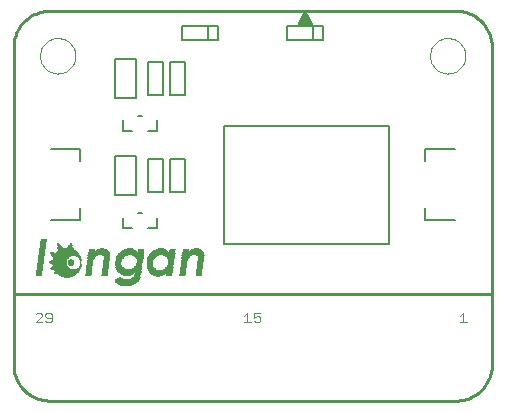
<source format=gto>
G75*
G70*
%OFA0B0*%
%FSLAX24Y24*%
%IPPOS*%
%LPD*%
%AMOC8*
5,1,8,0,0,1.08239X$1,22.5*
%
%ADD10C,0.0100*%
%ADD11C,0.0040*%
%ADD12C,0.0000*%
%ADD13C,0.0050*%
%ADD14R,0.0151X0.0006*%
%ADD15R,0.0239X0.0006*%
%ADD16R,0.0302X0.0006*%
%ADD17R,0.0346X0.0006*%
%ADD18R,0.0391X0.0006*%
%ADD19R,0.0422X0.0006*%
%ADD20R,0.0454X0.0006*%
%ADD21R,0.0479X0.0006*%
%ADD22R,0.0504X0.0006*%
%ADD23R,0.0529X0.0006*%
%ADD24R,0.0548X0.0006*%
%ADD25R,0.0573X0.0006*%
%ADD26R,0.0592X0.0006*%
%ADD27R,0.0611X0.0006*%
%ADD28R,0.0630X0.0006*%
%ADD29R,0.0643X0.0006*%
%ADD30R,0.0661X0.0006*%
%ADD31R,0.0674X0.0006*%
%ADD32R,0.0693X0.0006*%
%ADD33R,0.0706X0.0006*%
%ADD34R,0.0718X0.0006*%
%ADD35R,0.0731X0.0006*%
%ADD36R,0.0743X0.0006*%
%ADD37R,0.0750X0.0006*%
%ADD38R,0.0762X0.0006*%
%ADD39R,0.0775X0.0006*%
%ADD40R,0.0787X0.0006*%
%ADD41R,0.0800X0.0006*%
%ADD42R,0.0813X0.0006*%
%ADD43R,0.0806X0.0006*%
%ADD44R,0.0321X0.0006*%
%ADD45R,0.0359X0.0006*%
%ADD46R,0.0283X0.0006*%
%ADD47R,0.0328X0.0006*%
%ADD48R,0.0246X0.0006*%
%ADD49R,0.0315X0.0006*%
%ADD50R,0.0220X0.0006*%
%ADD51R,0.0296X0.0006*%
%ADD52R,0.0195X0.0006*%
%ADD53R,0.0290X0.0006*%
%ADD54R,0.0170X0.0006*%
%ADD55R,0.0277X0.0006*%
%ADD56R,0.0145X0.0006*%
%ADD57R,0.0126X0.0006*%
%ADD58R,0.0265X0.0006*%
%ADD59R,0.0107X0.0006*%
%ADD60R,0.0088X0.0006*%
%ADD61R,0.0258X0.0006*%
%ADD62R,0.0063X0.0006*%
%ADD63R,0.0252X0.0006*%
%ADD64R,0.0044X0.0006*%
%ADD65R,0.0025X0.0006*%
%ADD66R,0.0069X0.0006*%
%ADD67R,0.0006X0.0006*%
%ADD68R,0.0233X0.0006*%
%ADD69R,0.0227X0.0006*%
%ADD70R,0.0384X0.0006*%
%ADD71R,0.0409X0.0006*%
%ADD72R,0.0189X0.0006*%
%ADD73R,0.0435X0.0006*%
%ADD74R,0.0214X0.0006*%
%ADD75R,0.0460X0.0006*%
%ADD76R,0.0208X0.0006*%
%ADD77R,0.0050X0.0006*%
%ADD78R,0.0271X0.0006*%
%ADD79R,0.0485X0.0006*%
%ADD80R,0.0510X0.0006*%
%ADD81R,0.0523X0.0006*%
%ADD82R,0.0372X0.0006*%
%ADD83R,0.0561X0.0006*%
%ADD84R,0.0586X0.0006*%
%ADD85R,0.0340X0.0006*%
%ADD86R,0.0598X0.0006*%
%ADD87R,0.0365X0.0006*%
%ADD88R,0.0441X0.0006*%
%ADD89R,0.0038X0.0006*%
%ADD90R,0.0624X0.0006*%
%ADD91R,0.0416X0.0006*%
%ADD92R,0.0649X0.0006*%
%ADD93R,0.0428X0.0006*%
%ADD94R,0.0472X0.0006*%
%ADD95R,0.0491X0.0006*%
%ADD96R,0.0466X0.0006*%
%ADD97R,0.0756X0.0006*%
%ADD98R,0.0517X0.0006*%
%ADD99R,0.0769X0.0006*%
%ADD100R,0.0781X0.0006*%
%ADD101R,0.0794X0.0006*%
%ADD102R,0.0825X0.0006*%
%ADD103R,0.0838X0.0006*%
%ADD104R,0.0819X0.0006*%
%ADD105R,0.0353X0.0006*%
%ADD106R,0.0850X0.0006*%
%ADD107R,0.0334X0.0006*%
%ADD108R,0.0712X0.0006*%
%ADD109R,0.0157X0.0006*%
%ADD110R,0.0699X0.0006*%
%ADD111R,0.0309X0.0006*%
%ADD112R,0.0680X0.0006*%
%ADD113R,0.0668X0.0006*%
%ADD114R,0.0120X0.0006*%
%ADD115R,0.0655X0.0006*%
%ADD116R,0.0101X0.0006*%
%ADD117R,0.0082X0.0006*%
%ADD118R,0.0076X0.0006*%
%ADD119R,0.0535X0.0006*%
%ADD120R,0.0057X0.0006*%
%ADD121R,0.0498X0.0006*%
%ADD122R,0.0094X0.0006*%
%ADD123R,0.0132X0.0006*%
%ADD124R,0.0202X0.0006*%
%ADD125R,0.0176X0.0006*%
%ADD126R,0.0031X0.0006*%
%ADD127R,0.0183X0.0006*%
%ADD128R,0.0542X0.0006*%
%ADD129R,0.0554X0.0006*%
%ADD130R,0.0567X0.0006*%
%ADD131R,0.0580X0.0006*%
%ADD132R,0.0605X0.0006*%
%ADD133R,0.0687X0.0006*%
%ADD134R,0.0939X0.0006*%
%ADD135R,0.0932X0.0006*%
%ADD136R,0.0857X0.0006*%
%ADD137R,0.0737X0.0006*%
%ADD138R,0.0844X0.0006*%
%ADD139R,0.0724X0.0006*%
%ADD140R,0.0831X0.0006*%
%ADD141R,0.0164X0.0006*%
%ADD142R,0.0636X0.0006*%
%ADD143R,0.0397X0.0006*%
%ADD144R,0.0403X0.0006*%
%ADD145R,0.0378X0.0006*%
%ADD146R,0.0139X0.0006*%
%ADD147R,0.0113X0.0006*%
%ADD148R,0.0019X0.0006*%
%ADD149R,0.0013X0.0006*%
D10*
X000278Y001364D02*
X000278Y011956D01*
X000280Y012023D01*
X000286Y012090D01*
X000295Y012157D01*
X000308Y012223D01*
X000325Y012288D01*
X000345Y012352D01*
X000369Y012415D01*
X000397Y012477D01*
X000428Y012536D01*
X000462Y012594D01*
X000499Y012650D01*
X000540Y012704D01*
X000583Y012756D01*
X000629Y012805D01*
X000678Y012851D01*
X000730Y012894D01*
X000784Y012935D01*
X000840Y012972D01*
X000898Y013006D01*
X000957Y013037D01*
X001019Y013065D01*
X001082Y013089D01*
X001146Y013109D01*
X001211Y013126D01*
X001277Y013139D01*
X001344Y013148D01*
X001411Y013154D01*
X001478Y013156D01*
X015022Y013156D01*
X015089Y013154D01*
X015156Y013148D01*
X015223Y013139D01*
X015289Y013126D01*
X015354Y013109D01*
X015418Y013089D01*
X015481Y013065D01*
X015543Y013037D01*
X015602Y013006D01*
X015660Y012972D01*
X015716Y012935D01*
X015770Y012894D01*
X015822Y012851D01*
X015871Y012805D01*
X015917Y012756D01*
X015960Y012704D01*
X016001Y012650D01*
X016038Y012594D01*
X016072Y012536D01*
X016103Y012477D01*
X016131Y012415D01*
X016155Y012352D01*
X016175Y012288D01*
X016192Y012223D01*
X016205Y012157D01*
X016214Y012090D01*
X016220Y012023D01*
X016222Y011956D01*
X016222Y001364D01*
X016220Y001297D01*
X016214Y001230D01*
X016205Y001163D01*
X016192Y001097D01*
X016175Y001032D01*
X016155Y000968D01*
X016131Y000905D01*
X016103Y000843D01*
X016072Y000784D01*
X016038Y000726D01*
X016001Y000670D01*
X015960Y000616D01*
X015917Y000564D01*
X015871Y000515D01*
X015822Y000469D01*
X015770Y000426D01*
X015716Y000385D01*
X015660Y000348D01*
X015602Y000314D01*
X015543Y000283D01*
X015481Y000255D01*
X015418Y000231D01*
X015354Y000211D01*
X015289Y000194D01*
X015223Y000181D01*
X015156Y000172D01*
X015089Y000166D01*
X015022Y000164D01*
X001478Y000164D01*
X001411Y000166D01*
X001344Y000172D01*
X001277Y000181D01*
X001211Y000194D01*
X001146Y000211D01*
X001082Y000231D01*
X001019Y000255D01*
X000957Y000283D01*
X000898Y000314D01*
X000840Y000348D01*
X000784Y000385D01*
X000730Y000426D01*
X000678Y000469D01*
X000629Y000515D01*
X000583Y000564D01*
X000540Y000616D01*
X000499Y000670D01*
X000462Y000726D01*
X000428Y000784D01*
X000397Y000843D01*
X000369Y000905D01*
X000345Y000968D01*
X000325Y001032D01*
X000308Y001097D01*
X000295Y001163D01*
X000286Y001230D01*
X000280Y001297D01*
X000278Y001364D01*
X000309Y003707D02*
X016191Y003707D01*
D11*
X015273Y003090D02*
X015273Y002780D01*
X015170Y002780D02*
X015377Y002780D01*
X015170Y002987D02*
X015273Y003090D01*
X008499Y003090D02*
X008292Y003090D01*
X008292Y002935D01*
X008396Y002987D01*
X008447Y002987D01*
X008499Y002935D01*
X008499Y002832D01*
X008447Y002780D01*
X008344Y002780D01*
X008292Y002832D01*
X008177Y002780D02*
X007970Y002780D01*
X008073Y002780D02*
X008073Y003090D01*
X007970Y002987D01*
X001549Y003039D02*
X001549Y002832D01*
X001497Y002780D01*
X001394Y002780D01*
X001342Y002832D01*
X001394Y002935D02*
X001549Y002935D01*
X001549Y003039D02*
X001497Y003090D01*
X001394Y003090D01*
X001342Y003039D01*
X001342Y002987D01*
X001394Y002935D01*
X001227Y002987D02*
X001227Y003039D01*
X001175Y003090D01*
X001072Y003090D01*
X001020Y003039D01*
X001227Y002987D02*
X001020Y002780D01*
X001227Y002780D01*
D12*
X001159Y011660D02*
X001161Y011708D01*
X001167Y011756D01*
X001177Y011803D01*
X001190Y011849D01*
X001208Y011894D01*
X001228Y011938D01*
X001253Y011980D01*
X001281Y012019D01*
X001311Y012056D01*
X001345Y012090D01*
X001382Y012122D01*
X001420Y012151D01*
X001461Y012176D01*
X001504Y012198D01*
X001549Y012216D01*
X001595Y012230D01*
X001642Y012241D01*
X001690Y012248D01*
X001738Y012251D01*
X001786Y012250D01*
X001834Y012245D01*
X001882Y012236D01*
X001928Y012224D01*
X001973Y012207D01*
X002017Y012187D01*
X002059Y012164D01*
X002099Y012137D01*
X002137Y012107D01*
X002172Y012074D01*
X002204Y012038D01*
X002234Y012000D01*
X002260Y011959D01*
X002282Y011916D01*
X002302Y011872D01*
X002317Y011827D01*
X002329Y011780D01*
X002337Y011732D01*
X002341Y011684D01*
X002341Y011636D01*
X002337Y011588D01*
X002329Y011540D01*
X002317Y011493D01*
X002302Y011448D01*
X002282Y011404D01*
X002260Y011361D01*
X002234Y011320D01*
X002204Y011282D01*
X002172Y011246D01*
X002137Y011213D01*
X002099Y011183D01*
X002059Y011156D01*
X002017Y011133D01*
X001973Y011113D01*
X001928Y011096D01*
X001882Y011084D01*
X001834Y011075D01*
X001786Y011070D01*
X001738Y011069D01*
X001690Y011072D01*
X001642Y011079D01*
X001595Y011090D01*
X001549Y011104D01*
X001504Y011122D01*
X001461Y011144D01*
X001420Y011169D01*
X001382Y011198D01*
X001345Y011230D01*
X001311Y011264D01*
X001281Y011301D01*
X001253Y011340D01*
X001228Y011382D01*
X001208Y011426D01*
X001190Y011471D01*
X001177Y011517D01*
X001167Y011564D01*
X001161Y011612D01*
X001159Y011660D01*
X014159Y011660D02*
X014161Y011708D01*
X014167Y011756D01*
X014177Y011803D01*
X014190Y011849D01*
X014208Y011894D01*
X014228Y011938D01*
X014253Y011980D01*
X014281Y012019D01*
X014311Y012056D01*
X014345Y012090D01*
X014382Y012122D01*
X014420Y012151D01*
X014461Y012176D01*
X014504Y012198D01*
X014549Y012216D01*
X014595Y012230D01*
X014642Y012241D01*
X014690Y012248D01*
X014738Y012251D01*
X014786Y012250D01*
X014834Y012245D01*
X014882Y012236D01*
X014928Y012224D01*
X014973Y012207D01*
X015017Y012187D01*
X015059Y012164D01*
X015099Y012137D01*
X015137Y012107D01*
X015172Y012074D01*
X015204Y012038D01*
X015234Y012000D01*
X015260Y011959D01*
X015282Y011916D01*
X015302Y011872D01*
X015317Y011827D01*
X015329Y011780D01*
X015337Y011732D01*
X015341Y011684D01*
X015341Y011636D01*
X015337Y011588D01*
X015329Y011540D01*
X015317Y011493D01*
X015302Y011448D01*
X015282Y011404D01*
X015260Y011361D01*
X015234Y011320D01*
X015204Y011282D01*
X015172Y011246D01*
X015137Y011213D01*
X015099Y011183D01*
X015059Y011156D01*
X015017Y011133D01*
X014973Y011113D01*
X014928Y011096D01*
X014882Y011084D01*
X014834Y011075D01*
X014786Y011070D01*
X014738Y011069D01*
X014690Y011072D01*
X014642Y011079D01*
X014595Y011090D01*
X014549Y011104D01*
X014504Y011122D01*
X014461Y011144D01*
X014420Y011169D01*
X014382Y011198D01*
X014345Y011230D01*
X014311Y011264D01*
X014281Y011301D01*
X014253Y011340D01*
X014228Y011382D01*
X014208Y011426D01*
X014190Y011471D01*
X014177Y011517D01*
X014167Y011564D01*
X014161Y011612D01*
X014159Y011660D01*
D13*
X012809Y009329D02*
X012809Y005391D01*
X007297Y005391D01*
X007297Y009329D01*
X012809Y009329D01*
X014000Y008541D02*
X014984Y008541D01*
X014000Y008541D02*
X014000Y008147D01*
X014000Y006573D02*
X014000Y006179D01*
X014984Y006179D01*
X010591Y012174D02*
X009409Y012174D01*
X009409Y012646D01*
X010591Y012646D01*
X010591Y012174D01*
X010250Y012185D02*
X010250Y012635D01*
X010250Y012660D02*
X009750Y012660D01*
X010000Y013160D01*
X010250Y012660D01*
X009750Y012660D01*
X010000Y013160D01*
X010250Y012660D01*
X010243Y012674D02*
X009757Y012674D01*
X009781Y012723D02*
X010219Y012723D01*
X010194Y012771D02*
X009806Y012771D01*
X009830Y012820D02*
X010170Y012820D01*
X010146Y012868D02*
X009854Y012868D01*
X009878Y012917D02*
X010122Y012917D01*
X010097Y012965D02*
X009903Y012965D01*
X009927Y013014D02*
X010073Y013014D01*
X010049Y013062D02*
X009951Y013062D01*
X009975Y013111D02*
X010025Y013111D01*
X010000Y013159D02*
X010000Y013159D01*
X007091Y012646D02*
X007091Y012174D01*
X005909Y012174D01*
X005909Y012646D01*
X007091Y012646D01*
X006750Y012635D02*
X006750Y012185D01*
X006000Y011460D02*
X005500Y011460D01*
X005500Y010360D01*
X006000Y010360D01*
X006000Y011460D01*
X005250Y011460D02*
X005250Y010360D01*
X004750Y010360D01*
X004750Y011460D01*
X005250Y011460D01*
X004350Y011560D02*
X004350Y010260D01*
X003650Y010260D01*
X003650Y011560D01*
X004350Y011560D01*
X004425Y009660D02*
X004575Y009660D01*
X005075Y009510D02*
X005075Y009160D01*
X004775Y009160D01*
X004225Y009160D02*
X003925Y009160D01*
X003925Y009510D01*
X002500Y008541D02*
X002500Y008147D01*
X002500Y008541D02*
X001516Y008541D01*
X003650Y008310D02*
X003650Y007010D01*
X004350Y007010D01*
X004350Y008310D01*
X003650Y008310D01*
X004750Y008210D02*
X005250Y008210D01*
X005250Y007110D01*
X004750Y007110D01*
X004750Y008210D01*
X005500Y008210D02*
X006000Y008210D01*
X006000Y007110D01*
X005500Y007110D01*
X005500Y008210D01*
X004575Y006410D02*
X004425Y006410D01*
X003925Y006260D02*
X003925Y005910D01*
X004225Y005910D01*
X004775Y005910D02*
X005075Y005910D01*
X005075Y006260D01*
X002500Y006179D02*
X001516Y006179D01*
X002500Y006179D02*
X002500Y006573D01*
D14*
X002166Y005267D03*
X001832Y005261D03*
X004050Y004323D03*
X004043Y003976D03*
D15*
X004043Y003982D03*
X004377Y004260D03*
X004440Y004612D03*
X004856Y004568D03*
X004862Y004562D03*
X004869Y004902D03*
X004875Y004908D03*
X004875Y004915D03*
X004881Y004921D03*
X004478Y004908D03*
X004478Y004902D03*
X003823Y004915D03*
X003817Y004908D03*
X003817Y004902D03*
X003798Y004593D03*
X003804Y004587D03*
X003376Y004978D03*
X003237Y005192D03*
X002859Y004896D03*
X002859Y004890D03*
X005486Y004600D03*
X005524Y004890D03*
X005524Y004896D03*
X005996Y004896D03*
X005996Y004890D03*
X006374Y005192D03*
X006513Y004978D03*
D16*
X006040Y004978D03*
X005505Y004965D03*
X005442Y004524D03*
X005095Y004323D03*
X004919Y004499D03*
X004950Y004997D03*
X004396Y004549D03*
X004043Y003989D03*
X002903Y004978D03*
X004138Y005186D03*
D17*
X004437Y004990D03*
X004374Y004530D03*
X004947Y004486D03*
X005092Y004335D03*
X005489Y004990D03*
X006062Y005003D03*
X004046Y003995D03*
X002925Y005003D03*
D18*
X004050Y004367D03*
X004352Y004518D03*
X004043Y004001D03*
X005095Y004348D03*
X005467Y005009D03*
D19*
X005092Y004360D03*
X004046Y004008D03*
D20*
X004043Y004014D03*
X004050Y004386D03*
X003224Y005116D03*
X005171Y005141D03*
X006361Y005116D03*
D21*
X004043Y004020D03*
X001826Y004644D03*
X001826Y004650D03*
X001820Y004663D03*
X001807Y004701D03*
X001826Y004845D03*
X001832Y004858D03*
D22*
X001851Y004902D03*
X002015Y005192D03*
X002009Y005211D03*
X002009Y005217D03*
X004050Y004404D03*
X004043Y004027D03*
X005095Y004392D03*
X004125Y005123D03*
D23*
X004043Y004033D03*
X002028Y005173D03*
X001788Y004814D03*
D24*
X001779Y004808D03*
X001829Y004587D03*
X002062Y004341D03*
X002037Y005160D03*
X004046Y004039D03*
X004122Y005104D03*
X005161Y005097D03*
D25*
X004046Y004045D03*
X001829Y004575D03*
D26*
X001744Y004757D03*
X001750Y004789D03*
X001870Y004953D03*
X004043Y004052D03*
D27*
X004046Y004058D03*
X002062Y004367D03*
X001829Y004556D03*
X001873Y004959D03*
X002062Y005123D03*
D28*
X001883Y004965D03*
X001832Y004549D03*
X004043Y004064D03*
D29*
X004043Y004071D03*
X001832Y004543D03*
D30*
X004046Y004077D03*
D31*
X004046Y004083D03*
X002062Y005097D03*
D32*
X002065Y005085D03*
X004043Y004090D03*
D33*
X004043Y004096D03*
X003117Y005079D03*
X003117Y005085D03*
X002065Y005079D03*
X006254Y005085D03*
D34*
X006261Y005060D03*
X004043Y004102D03*
X003124Y005060D03*
D35*
X003124Y005041D03*
X003124Y005034D03*
X003124Y005028D03*
X004043Y004108D03*
X002059Y005066D03*
X006261Y005047D03*
X006261Y005041D03*
X006261Y005034D03*
X006261Y005028D03*
D36*
X004157Y004417D03*
X004043Y004115D03*
X002021Y004386D03*
D37*
X002024Y004392D03*
X004046Y004121D03*
X004154Y004423D03*
X005206Y004404D03*
D38*
X005199Y004423D03*
X004154Y004430D03*
X004046Y004127D03*
X002037Y004411D03*
X002031Y004404D03*
D39*
X002050Y004436D03*
X002056Y004442D03*
X004046Y004134D03*
X004147Y004442D03*
X004147Y004449D03*
X005193Y004442D03*
X005193Y004436D03*
D40*
X005193Y004449D03*
X004141Y004461D03*
X004046Y004146D03*
X004046Y004140D03*
X002062Y004455D03*
X002062Y004461D03*
D41*
X002062Y004467D03*
X004046Y004153D03*
X004141Y004474D03*
X004223Y005085D03*
X004229Y005091D03*
X005187Y004467D03*
D42*
X005262Y005066D03*
X004217Y005072D03*
X004135Y004493D03*
X004135Y004486D03*
X004046Y004165D03*
X004046Y004159D03*
X002062Y004474D03*
X002062Y004480D03*
D43*
X004056Y004171D03*
X004138Y004480D03*
X004220Y005079D03*
X005183Y004480D03*
X005183Y004474D03*
X005265Y005072D03*
D44*
X005180Y005179D03*
X005495Y004978D03*
X005432Y004512D03*
X006050Y004990D03*
X004450Y004978D03*
X003826Y004178D03*
X002913Y004990D03*
X002062Y004285D03*
D45*
X002062Y004291D03*
X004135Y005173D03*
X004431Y004997D03*
X004286Y004178D03*
X005483Y004997D03*
D46*
X005514Y004946D03*
X005457Y004543D03*
X005451Y004537D03*
X004935Y004984D03*
X004928Y004978D03*
X004462Y004953D03*
X004909Y004505D03*
X003845Y004537D03*
X003820Y004184D03*
X003870Y004971D03*
X003354Y005009D03*
X002887Y004959D03*
X002062Y004279D03*
X006024Y004959D03*
X006031Y004965D03*
X006491Y005009D03*
D47*
X005492Y004984D03*
X005095Y004329D03*
X004383Y004537D03*
X004302Y004184D03*
X004138Y005179D03*
D48*
X003832Y004927D03*
X003826Y004921D03*
X003807Y004581D03*
X003813Y004190D03*
X004374Y004253D03*
X004431Y004600D03*
X004437Y004606D03*
X004865Y004556D03*
X004884Y004927D03*
X004891Y004934D03*
X005527Y004902D03*
X005483Y004593D03*
X005483Y004587D03*
X005476Y004581D03*
X005999Y004902D03*
X005999Y004908D03*
X006509Y004984D03*
X003372Y004984D03*
X002862Y004908D03*
X002862Y004902D03*
D49*
X003338Y005016D03*
X003905Y004997D03*
X004390Y004543D03*
X004050Y004348D03*
X004314Y004190D03*
X004931Y004493D03*
X004963Y005003D03*
X004453Y004971D03*
X006475Y005016D03*
D50*
X006522Y004946D03*
X006522Y004940D03*
X006522Y004934D03*
X006522Y004927D03*
X006522Y004921D03*
X006522Y004915D03*
X006522Y004896D03*
X006522Y004890D03*
X006522Y004883D03*
X006522Y004877D03*
X006522Y004871D03*
X006516Y004820D03*
X006516Y004814D03*
X006509Y004770D03*
X006503Y004726D03*
X006497Y004682D03*
X006497Y004675D03*
X006491Y004631D03*
X006484Y004587D03*
X006478Y004543D03*
X006478Y004537D03*
X006472Y004493D03*
X006465Y004449D03*
X006459Y004404D03*
X006453Y004354D03*
X005924Y004455D03*
X005911Y004360D03*
X005961Y004726D03*
X005961Y004732D03*
X005968Y004764D03*
X005968Y004770D03*
X005968Y004776D03*
X005974Y004789D03*
X005974Y004795D03*
X005974Y004801D03*
X005974Y004808D03*
X005974Y004814D03*
X005980Y004827D03*
X005980Y004833D03*
X006018Y005141D03*
X006018Y005148D03*
X005577Y005173D03*
X005577Y005179D03*
X005571Y005135D03*
X005571Y005129D03*
X005565Y005085D03*
X005527Y004852D03*
X005502Y004644D03*
X005502Y004638D03*
X005495Y004625D03*
X004840Y004612D03*
X004840Y004606D03*
X004834Y004625D03*
X004834Y004631D03*
X004834Y004638D03*
X004828Y004656D03*
X004828Y004663D03*
X004828Y004770D03*
X004828Y004776D03*
X004834Y004801D03*
X004834Y004808D03*
X004834Y004814D03*
X004834Y004820D03*
X004840Y004827D03*
X004840Y004833D03*
X004840Y004839D03*
X004846Y004852D03*
X004519Y005097D03*
X004525Y005135D03*
X004525Y005141D03*
X004531Y005179D03*
X004531Y005186D03*
X004456Y004650D03*
X004450Y004644D03*
X004450Y004638D03*
X004406Y004329D03*
X004406Y004323D03*
X004399Y004310D03*
X004399Y004304D03*
X004393Y004291D03*
X003813Y004197D03*
X003782Y004631D03*
X003782Y004638D03*
X003782Y004644D03*
X003776Y004650D03*
X003776Y004656D03*
X003776Y004663D03*
X003782Y004820D03*
X003782Y004827D03*
X003788Y004839D03*
X003788Y004845D03*
X003794Y004858D03*
X003385Y004871D03*
X003385Y004877D03*
X003385Y004883D03*
X003385Y004890D03*
X003385Y004896D03*
X003385Y004902D03*
X003385Y004908D03*
X003385Y004915D03*
X003385Y004921D03*
X003385Y004927D03*
X003385Y004934D03*
X003385Y004940D03*
X003385Y004946D03*
X003379Y004820D03*
X003372Y004770D03*
X003366Y004726D03*
X003360Y004682D03*
X003354Y004638D03*
X003354Y004631D03*
X003347Y004587D03*
X003341Y004543D03*
X003335Y004499D03*
X003335Y004493D03*
X003328Y004449D03*
X003322Y004404D03*
X003316Y004360D03*
X003316Y004354D03*
X002818Y004688D03*
X002824Y004726D03*
X002824Y004732D03*
X002831Y004764D03*
X002831Y004770D03*
X002831Y004776D03*
X002837Y004795D03*
X002837Y004801D03*
X002837Y004808D03*
X002837Y004814D03*
X002843Y004833D03*
X002881Y005148D03*
X002787Y004455D03*
X002780Y004411D03*
X002774Y004360D03*
X001155Y004581D03*
X001161Y004625D03*
X001168Y004669D03*
X001174Y004719D03*
X001180Y004764D03*
X001187Y004808D03*
X001193Y004852D03*
X001193Y004858D03*
X001199Y004902D03*
X001206Y004946D03*
X001212Y004990D03*
X001212Y004997D03*
X001218Y005041D03*
X001224Y005085D03*
X001231Y005129D03*
X001231Y005135D03*
X001237Y005179D03*
X001243Y005223D03*
X001250Y005267D03*
X001256Y005318D03*
X001262Y005362D03*
X001269Y005406D03*
X001275Y005456D03*
X001281Y005501D03*
X001149Y004530D03*
X001143Y004486D03*
X001136Y004442D03*
X001130Y004392D03*
X001124Y004348D03*
D51*
X003851Y004530D03*
X003889Y004984D03*
X004462Y004959D03*
X005180Y005186D03*
X005508Y004959D03*
X004324Y004197D03*
D52*
X003813Y004203D03*
X004475Y004719D03*
X004475Y004726D03*
X004475Y004732D03*
X004481Y004745D03*
X004481Y004751D03*
X004481Y004757D03*
X004481Y004764D03*
X004481Y004770D03*
X004481Y004776D03*
X002182Y004776D03*
X002182Y004782D03*
X002182Y004707D03*
X002182Y004701D03*
X001854Y005223D03*
D53*
X002891Y004965D03*
X002897Y004971D03*
X003237Y005179D03*
X003880Y004978D03*
X004402Y004556D03*
X004409Y004562D03*
X004333Y004203D03*
X004050Y004341D03*
X004944Y004990D03*
X005511Y004953D03*
X005448Y004530D03*
X006034Y004971D03*
X006374Y005179D03*
D54*
X003813Y004209D03*
X002402Y004978D03*
X002182Y004808D03*
X002182Y004682D03*
X002062Y004266D03*
X002163Y005249D03*
X001842Y005242D03*
D55*
X002884Y004953D03*
X003835Y004543D03*
X004415Y004568D03*
X004346Y004216D03*
X004339Y004209D03*
X004900Y004512D03*
X004465Y004946D03*
X005461Y004549D03*
X006021Y004953D03*
D56*
X003813Y004216D03*
X002421Y004518D03*
X002182Y004669D03*
X002182Y004820D03*
X002421Y004971D03*
X002169Y005274D03*
X001829Y005267D03*
D57*
X001813Y005293D03*
X002172Y005293D03*
X002431Y004524D03*
X003810Y004222D03*
X005095Y004297D03*
D58*
X004894Y004518D03*
X004887Y004524D03*
X004421Y004581D03*
X004358Y004228D03*
X004352Y004222D03*
X003829Y004549D03*
X003823Y004556D03*
X003854Y004953D03*
X004472Y004934D03*
X004472Y004927D03*
X005183Y005192D03*
X005517Y004934D03*
X005517Y004927D03*
X005467Y004562D03*
X006015Y004940D03*
X006374Y005186D03*
X003237Y005186D03*
X002878Y004940D03*
D59*
X003240Y005211D03*
X002446Y004953D03*
X002182Y004833D03*
X002446Y004537D03*
X002176Y005312D03*
X003813Y004228D03*
X006377Y005211D03*
D60*
X003817Y004234D03*
X002469Y004556D03*
X002462Y004549D03*
X002185Y004839D03*
X002469Y004934D03*
X001794Y005324D03*
D61*
X002875Y004934D03*
X003366Y004997D03*
X003845Y004946D03*
X003820Y004562D03*
X004424Y004587D03*
X004361Y004234D03*
X004878Y004537D03*
X004884Y004530D03*
X004903Y004953D03*
X004909Y004959D03*
X004475Y004921D03*
X005520Y004921D03*
X005470Y004568D03*
X006012Y004934D03*
X006503Y004997D03*
D62*
X003817Y004241D03*
X002494Y004593D03*
X002185Y004644D03*
X002487Y004902D03*
X002494Y004896D03*
X002185Y005349D03*
X001782Y005349D03*
X001681Y004379D03*
D63*
X002865Y004915D03*
X002872Y004921D03*
X002872Y004927D03*
X003369Y004990D03*
X003835Y004934D03*
X003842Y004940D03*
X003810Y004575D03*
X003817Y004568D03*
X004050Y004335D03*
X004365Y004241D03*
X004371Y004247D03*
X004428Y004593D03*
X004478Y004915D03*
X004894Y004940D03*
X004900Y004946D03*
X004869Y004549D03*
X004875Y004543D03*
X005473Y004575D03*
X005524Y004908D03*
X005524Y004915D03*
X006002Y004915D03*
X006009Y004921D03*
X006009Y004927D03*
X006506Y004990D03*
D64*
X003820Y004247D03*
X002516Y004638D03*
X002516Y004644D03*
X002522Y004663D03*
X002509Y004625D03*
X002522Y004827D03*
X002516Y004839D03*
X002516Y004845D03*
X002516Y004852D03*
X002188Y005368D03*
X001772Y005368D03*
D65*
X003823Y004253D03*
D66*
X002491Y004587D03*
X002484Y004581D03*
X002484Y004908D03*
X002062Y004260D03*
X001785Y005343D03*
D67*
X003826Y004260D03*
D68*
X003794Y004600D03*
X003807Y004890D03*
X003813Y004896D03*
X004141Y005198D03*
X004481Y004896D03*
X004481Y004890D03*
X004443Y004625D03*
X004443Y004619D03*
X004853Y004581D03*
X004853Y004575D03*
X004859Y004883D03*
X004865Y004896D03*
X005527Y004883D03*
X005527Y004877D03*
X005489Y004612D03*
X005489Y004606D03*
X005092Y004310D03*
X004387Y004272D03*
X004380Y004266D03*
X003379Y004965D03*
X003379Y004971D03*
X002856Y004883D03*
X002856Y004877D03*
X002850Y004871D03*
X002850Y004864D03*
X002850Y004858D03*
X002062Y004272D03*
X005987Y004858D03*
X005987Y004864D03*
X005987Y004871D03*
X005993Y004877D03*
X005993Y004883D03*
X006516Y004965D03*
X006516Y004971D03*
D69*
X006519Y004959D03*
X006519Y004953D03*
X005983Y004852D03*
X005983Y004845D03*
X005983Y004839D03*
X005977Y004820D03*
X005530Y004858D03*
X005530Y004864D03*
X005530Y004871D03*
X005498Y004631D03*
X005492Y004619D03*
X004850Y004587D03*
X004843Y004593D03*
X004843Y004600D03*
X004837Y004619D03*
X004843Y004845D03*
X004850Y004858D03*
X004850Y004864D03*
X004856Y004871D03*
X004856Y004877D03*
X004862Y004890D03*
X004484Y004883D03*
X004484Y004877D03*
X004484Y004871D03*
X004446Y004631D03*
X004396Y004297D03*
X004390Y004285D03*
X004390Y004279D03*
X003791Y004606D03*
X003791Y004612D03*
X003785Y004619D03*
X003785Y004625D03*
X003791Y004852D03*
X003798Y004864D03*
X003798Y004871D03*
X003804Y004877D03*
X003804Y004883D03*
X003382Y004953D03*
X003382Y004959D03*
X002846Y004852D03*
X002846Y004845D03*
X002846Y004839D03*
X002840Y004827D03*
X002840Y004820D03*
X005183Y005198D03*
D70*
X004424Y005003D03*
X003228Y005148D03*
X002950Y005016D03*
X002062Y004297D03*
X006087Y005016D03*
X006365Y005148D03*
D71*
X006365Y005135D03*
X005382Y004486D03*
X005092Y004354D03*
X005174Y005154D03*
X003228Y005135D03*
X002062Y004304D03*
D72*
X002185Y004789D03*
X002160Y005236D03*
X001851Y005230D03*
X004144Y005204D03*
X005095Y004304D03*
D73*
X002062Y004310D03*
D74*
X002771Y004323D03*
X002771Y004329D03*
X002771Y004335D03*
X002771Y004341D03*
X002771Y004348D03*
X002771Y004354D03*
X002777Y004367D03*
X002777Y004373D03*
X002777Y004379D03*
X002777Y004386D03*
X002777Y004392D03*
X002777Y004398D03*
X002777Y004404D03*
X002783Y004417D03*
X002783Y004423D03*
X002783Y004430D03*
X002783Y004436D03*
X002783Y004442D03*
X002783Y004449D03*
X002790Y004461D03*
X002790Y004467D03*
X002790Y004474D03*
X002790Y004480D03*
X002790Y004486D03*
X002790Y004493D03*
X002790Y004499D03*
X002796Y004505D03*
X002796Y004512D03*
X002796Y004518D03*
X002796Y004524D03*
X002796Y004530D03*
X002796Y004537D03*
X002796Y004543D03*
X002796Y004549D03*
X002802Y004556D03*
X002802Y004562D03*
X002802Y004568D03*
X002802Y004575D03*
X002802Y004581D03*
X002802Y004587D03*
X002802Y004593D03*
X002809Y004600D03*
X002809Y004606D03*
X002809Y004612D03*
X002809Y004619D03*
X002809Y004625D03*
X002809Y004631D03*
X002809Y004638D03*
X002815Y004650D03*
X002815Y004656D03*
X002815Y004663D03*
X002815Y004669D03*
X002815Y004675D03*
X002815Y004682D03*
X002821Y004694D03*
X002821Y004701D03*
X002821Y004707D03*
X002821Y004713D03*
X002821Y004719D03*
X002828Y004738D03*
X002828Y004745D03*
X002828Y004751D03*
X002828Y004757D03*
X002834Y004782D03*
X002834Y004789D03*
X002878Y005110D03*
X002878Y005116D03*
X002878Y005123D03*
X002878Y005129D03*
X002878Y005135D03*
X002878Y005141D03*
X002884Y005154D03*
X002884Y005160D03*
X002884Y005167D03*
X002884Y005173D03*
X002884Y005179D03*
X002884Y005186D03*
X003382Y004864D03*
X003382Y004858D03*
X003382Y004852D03*
X003382Y004845D03*
X003382Y004839D03*
X003382Y004833D03*
X003382Y004827D03*
X003376Y004814D03*
X003376Y004808D03*
X003376Y004801D03*
X003376Y004795D03*
X003376Y004789D03*
X003376Y004782D03*
X003376Y004776D03*
X003369Y004764D03*
X003369Y004757D03*
X003369Y004751D03*
X003369Y004745D03*
X003369Y004738D03*
X003369Y004732D03*
X003363Y004719D03*
X003363Y004713D03*
X003363Y004707D03*
X003363Y004701D03*
X003363Y004694D03*
X003363Y004688D03*
X003357Y004675D03*
X003357Y004669D03*
X003357Y004663D03*
X003357Y004656D03*
X003357Y004650D03*
X003357Y004644D03*
X003350Y004625D03*
X003350Y004619D03*
X003350Y004612D03*
X003350Y004606D03*
X003350Y004600D03*
X003350Y004593D03*
X003344Y004581D03*
X003344Y004575D03*
X003344Y004568D03*
X003344Y004562D03*
X003344Y004556D03*
X003344Y004549D03*
X003338Y004537D03*
X003338Y004530D03*
X003338Y004524D03*
X003338Y004518D03*
X003338Y004512D03*
X003338Y004505D03*
X003331Y004486D03*
X003331Y004480D03*
X003331Y004474D03*
X003331Y004467D03*
X003331Y004461D03*
X003331Y004455D03*
X003325Y004442D03*
X003325Y004436D03*
X003325Y004430D03*
X003325Y004423D03*
X003325Y004417D03*
X003325Y004411D03*
X003319Y004398D03*
X003319Y004392D03*
X003319Y004386D03*
X003319Y004379D03*
X003319Y004373D03*
X003319Y004367D03*
X003313Y004348D03*
X003313Y004341D03*
X003313Y004335D03*
X003313Y004329D03*
X003313Y004323D03*
X003772Y004669D03*
X003772Y004675D03*
X003772Y004682D03*
X003772Y004688D03*
X003772Y004694D03*
X003772Y004764D03*
X003772Y004770D03*
X003772Y004776D03*
X003772Y004782D03*
X003772Y004789D03*
X003772Y004795D03*
X003779Y004801D03*
X003779Y004808D03*
X003779Y004814D03*
X003785Y004833D03*
X004421Y004404D03*
X004421Y004398D03*
X004421Y004392D03*
X004415Y004373D03*
X004415Y004367D03*
X004415Y004360D03*
X004415Y004354D03*
X004409Y004348D03*
X004409Y004341D03*
X004409Y004335D03*
X004402Y004316D03*
X004050Y004329D03*
X004459Y004656D03*
X004459Y004663D03*
X004484Y004845D03*
X004484Y004852D03*
X004484Y004858D03*
X004484Y004864D03*
X004522Y005104D03*
X004522Y005110D03*
X004522Y005116D03*
X004522Y005123D03*
X004522Y005129D03*
X004528Y005148D03*
X004528Y005154D03*
X004528Y005160D03*
X004528Y005167D03*
X004528Y005173D03*
X004535Y005192D03*
X004831Y004795D03*
X004831Y004789D03*
X004831Y004782D03*
X004824Y004764D03*
X004824Y004757D03*
X004824Y004751D03*
X004824Y004745D03*
X004824Y004738D03*
X004824Y004732D03*
X004824Y004726D03*
X004824Y004719D03*
X004824Y004713D03*
X004824Y004707D03*
X004824Y004701D03*
X004824Y004694D03*
X004824Y004688D03*
X004824Y004682D03*
X004824Y004675D03*
X004824Y004669D03*
X004831Y004650D03*
X004831Y004644D03*
X005505Y004650D03*
X005505Y004656D03*
X005505Y004663D03*
X005511Y004675D03*
X005530Y004814D03*
X005530Y004820D03*
X005530Y004827D03*
X005530Y004833D03*
X005530Y004839D03*
X005530Y004845D03*
X005561Y005079D03*
X005568Y005091D03*
X005568Y005097D03*
X005568Y005104D03*
X005568Y005110D03*
X005568Y005116D03*
X005568Y005123D03*
X005574Y005141D03*
X005574Y005148D03*
X005574Y005154D03*
X005574Y005160D03*
X005574Y005167D03*
X005580Y005186D03*
X005580Y005192D03*
X006015Y005135D03*
X006015Y005129D03*
X006015Y005123D03*
X006015Y005116D03*
X006015Y005110D03*
X006021Y005154D03*
X006021Y005160D03*
X006021Y005167D03*
X006021Y005173D03*
X006021Y005179D03*
X006021Y005186D03*
X005971Y004782D03*
X005965Y004757D03*
X005965Y004751D03*
X005965Y004745D03*
X005965Y004738D03*
X005958Y004719D03*
X005958Y004713D03*
X005958Y004707D03*
X005958Y004701D03*
X005958Y004694D03*
X005958Y004688D03*
X005952Y004682D03*
X005952Y004675D03*
X005952Y004669D03*
X005952Y004663D03*
X005952Y004656D03*
X005952Y004650D03*
X005952Y004644D03*
X005946Y004638D03*
X005946Y004631D03*
X005946Y004625D03*
X005946Y004619D03*
X005946Y004612D03*
X005946Y004606D03*
X005946Y004600D03*
X005939Y004593D03*
X005939Y004587D03*
X005939Y004581D03*
X005939Y004575D03*
X005939Y004568D03*
X005939Y004562D03*
X005939Y004556D03*
X005939Y004549D03*
X005933Y004543D03*
X005933Y004537D03*
X005933Y004530D03*
X005933Y004524D03*
X005933Y004518D03*
X005933Y004512D03*
X005933Y004505D03*
X005927Y004499D03*
X005927Y004493D03*
X005927Y004486D03*
X005927Y004480D03*
X005927Y004474D03*
X005927Y004467D03*
X005927Y004461D03*
X005920Y004449D03*
X005920Y004442D03*
X005920Y004436D03*
X005920Y004430D03*
X005920Y004423D03*
X005920Y004417D03*
X005920Y004411D03*
X005914Y004404D03*
X005914Y004398D03*
X005914Y004392D03*
X005914Y004386D03*
X005914Y004379D03*
X005914Y004373D03*
X005914Y004367D03*
X005908Y004354D03*
X005908Y004348D03*
X005908Y004341D03*
X005908Y004335D03*
X005908Y004329D03*
X005908Y004323D03*
X005467Y004360D03*
X005467Y004367D03*
X005467Y004373D03*
X005467Y004379D03*
X005467Y004386D03*
X005467Y004392D03*
X005467Y004398D03*
X005461Y004348D03*
X005461Y004341D03*
X005461Y004335D03*
X005461Y004329D03*
X005461Y004323D03*
X006450Y004323D03*
X006450Y004329D03*
X006450Y004335D03*
X006450Y004341D03*
X006450Y004348D03*
X006456Y004360D03*
X006456Y004367D03*
X006456Y004373D03*
X006456Y004379D03*
X006456Y004386D03*
X006456Y004392D03*
X006456Y004398D03*
X006462Y004411D03*
X006462Y004417D03*
X006462Y004423D03*
X006462Y004430D03*
X006462Y004436D03*
X006462Y004442D03*
X006469Y004455D03*
X006469Y004461D03*
X006469Y004467D03*
X006469Y004474D03*
X006469Y004480D03*
X006469Y004486D03*
X006475Y004499D03*
X006475Y004505D03*
X006475Y004512D03*
X006475Y004518D03*
X006475Y004524D03*
X006475Y004530D03*
X006481Y004549D03*
X006481Y004556D03*
X006481Y004562D03*
X006481Y004568D03*
X006481Y004575D03*
X006481Y004581D03*
X006487Y004593D03*
X006487Y004600D03*
X006487Y004606D03*
X006487Y004612D03*
X006487Y004619D03*
X006487Y004625D03*
X006494Y004638D03*
X006494Y004644D03*
X006494Y004650D03*
X006494Y004656D03*
X006494Y004663D03*
X006494Y004669D03*
X006500Y004688D03*
X006500Y004694D03*
X006500Y004701D03*
X006500Y004707D03*
X006500Y004713D03*
X006500Y004719D03*
X006506Y004732D03*
X006506Y004738D03*
X006506Y004745D03*
X006506Y004751D03*
X006506Y004757D03*
X006506Y004764D03*
X006513Y004776D03*
X006513Y004782D03*
X006513Y004789D03*
X006513Y004795D03*
X006513Y004801D03*
X006513Y004808D03*
X006519Y004827D03*
X006519Y004833D03*
X006519Y004839D03*
X006519Y004845D03*
X006519Y004852D03*
X006519Y004858D03*
X006519Y004864D03*
X006525Y004902D03*
X006525Y004908D03*
X006450Y004316D03*
X001221Y005047D03*
X001221Y005053D03*
X001221Y005060D03*
X001221Y005066D03*
X001221Y005072D03*
X001221Y005079D03*
X001228Y005091D03*
X001228Y005097D03*
X001228Y005104D03*
X001228Y005110D03*
X001228Y005116D03*
X001228Y005123D03*
X001234Y005141D03*
X001234Y005148D03*
X001234Y005154D03*
X001234Y005160D03*
X001234Y005167D03*
X001234Y005173D03*
X001240Y005186D03*
X001240Y005192D03*
X001240Y005198D03*
X001240Y005204D03*
X001240Y005211D03*
X001240Y005217D03*
X001246Y005230D03*
X001246Y005236D03*
X001246Y005242D03*
X001246Y005249D03*
X001246Y005255D03*
X001246Y005261D03*
X001253Y005274D03*
X001253Y005280D03*
X001253Y005286D03*
X001253Y005293D03*
X001253Y005299D03*
X001253Y005305D03*
X001253Y005312D03*
X001259Y005324D03*
X001259Y005330D03*
X001259Y005337D03*
X001259Y005343D03*
X001259Y005349D03*
X001259Y005356D03*
X001265Y005368D03*
X001265Y005375D03*
X001265Y005381D03*
X001265Y005387D03*
X001265Y005393D03*
X001265Y005400D03*
X001272Y005412D03*
X001272Y005419D03*
X001272Y005425D03*
X001272Y005431D03*
X001272Y005438D03*
X001272Y005444D03*
X001272Y005450D03*
X001278Y005463D03*
X001278Y005469D03*
X001278Y005475D03*
X001278Y005482D03*
X001278Y005488D03*
X001278Y005494D03*
X001284Y005507D03*
X001284Y005513D03*
X001284Y005519D03*
X001284Y005526D03*
X001215Y005034D03*
X001215Y005028D03*
X001215Y005022D03*
X001215Y005016D03*
X001215Y005009D03*
X001215Y005003D03*
X001209Y004984D03*
X001209Y004978D03*
X001209Y004971D03*
X001209Y004965D03*
X001209Y004959D03*
X001209Y004953D03*
X001202Y004940D03*
X001202Y004934D03*
X001202Y004927D03*
X001202Y004921D03*
X001202Y004915D03*
X001202Y004908D03*
X001196Y004896D03*
X001196Y004890D03*
X001196Y004883D03*
X001196Y004877D03*
X001196Y004871D03*
X001196Y004864D03*
X001190Y004845D03*
X001190Y004839D03*
X001190Y004833D03*
X001190Y004827D03*
X001190Y004820D03*
X001190Y004814D03*
X001183Y004801D03*
X001183Y004795D03*
X001183Y004789D03*
X001183Y004782D03*
X001183Y004776D03*
X001183Y004770D03*
X001177Y004757D03*
X001177Y004751D03*
X001177Y004745D03*
X001177Y004738D03*
X001177Y004732D03*
X001177Y004726D03*
X001171Y004713D03*
X001171Y004707D03*
X001171Y004701D03*
X001171Y004694D03*
X001171Y004688D03*
X001171Y004682D03*
X001171Y004675D03*
X001165Y004663D03*
X001165Y004656D03*
X001165Y004650D03*
X001165Y004644D03*
X001165Y004638D03*
X001165Y004631D03*
X001158Y004619D03*
X001158Y004612D03*
X001158Y004606D03*
X001158Y004600D03*
X001158Y004593D03*
X001158Y004587D03*
X001152Y004575D03*
X001152Y004568D03*
X001152Y004562D03*
X001152Y004556D03*
X001152Y004549D03*
X001152Y004543D03*
X001152Y004537D03*
X001146Y004524D03*
X001146Y004518D03*
X001146Y004512D03*
X001146Y004505D03*
X001146Y004499D03*
X001146Y004493D03*
X001139Y004480D03*
X001139Y004474D03*
X001139Y004467D03*
X001139Y004461D03*
X001139Y004455D03*
X001139Y004449D03*
X001133Y004436D03*
X001133Y004430D03*
X001133Y004423D03*
X001133Y004417D03*
X001133Y004411D03*
X001133Y004404D03*
X001133Y004398D03*
X001127Y004386D03*
X001127Y004379D03*
X001127Y004373D03*
X001127Y004367D03*
X001127Y004360D03*
X001127Y004354D03*
X001120Y004341D03*
X001120Y004335D03*
X001120Y004329D03*
X001120Y004323D03*
X001120Y004316D03*
D75*
X002062Y004316D03*
X003221Y005110D03*
X004128Y005141D03*
X005092Y004373D03*
X006358Y005110D03*
D76*
X006377Y005198D03*
X006024Y005192D03*
X005527Y004808D03*
X005520Y004719D03*
X005514Y004694D03*
X005514Y004688D03*
X005514Y004682D03*
X005508Y004669D03*
X005464Y004354D03*
X005457Y004316D03*
X005905Y004316D03*
X004462Y004669D03*
X004462Y004675D03*
X004469Y004694D03*
X004487Y004827D03*
X004487Y004833D03*
X004487Y004839D03*
X004424Y004411D03*
X004418Y004386D03*
X004418Y004379D03*
X003769Y004701D03*
X003769Y004707D03*
X003769Y004713D03*
X003769Y004719D03*
X003769Y004726D03*
X003769Y004732D03*
X003769Y004738D03*
X003769Y004745D03*
X003769Y004751D03*
X003769Y004757D03*
X003240Y005198D03*
X002887Y005192D03*
X002812Y004644D03*
X002768Y004316D03*
X002182Y004719D03*
X002182Y004726D03*
X002182Y004732D03*
X002182Y004738D03*
X002182Y004745D03*
X002182Y004751D03*
X002182Y004757D03*
X002182Y004764D03*
X003309Y004316D03*
D77*
X004050Y004316D03*
X002513Y004631D03*
X002506Y004619D03*
X002513Y004858D03*
X002506Y004864D03*
X002506Y004871D03*
X002185Y004845D03*
X001776Y005362D03*
D78*
X002125Y005223D03*
X002881Y004946D03*
X003360Y005003D03*
X003857Y004959D03*
X003864Y004965D03*
X004141Y005192D03*
X004469Y004940D03*
X004916Y004965D03*
X004922Y004971D03*
X004418Y004575D03*
X005092Y004316D03*
X005464Y004556D03*
X005514Y004940D03*
X006018Y004946D03*
X006497Y005003D03*
D79*
X005168Y005129D03*
X004053Y004398D03*
X002062Y004323D03*
X001829Y004631D03*
X001829Y004638D03*
X001817Y004833D03*
X001823Y004839D03*
X001829Y004852D03*
X001835Y004864D03*
X001835Y004871D03*
D80*
X001854Y004908D03*
X001798Y004820D03*
X001791Y004713D03*
X001829Y004612D03*
X002062Y004329D03*
X002018Y005186D03*
X002012Y005198D03*
X002012Y005204D03*
X005168Y005116D03*
D81*
X005161Y005110D03*
X004122Y005116D03*
X002062Y004335D03*
X001829Y004600D03*
X001785Y004719D03*
X001861Y004921D03*
D82*
X004998Y005016D03*
X005174Y005167D03*
X005476Y005003D03*
X005401Y004493D03*
X005092Y004341D03*
D83*
X005161Y005091D03*
X002043Y005154D03*
X001867Y004940D03*
X001829Y004581D03*
X002062Y004348D03*
D84*
X002062Y004354D03*
X001829Y004568D03*
X002056Y005135D03*
D85*
X004050Y004354D03*
D86*
X002062Y004360D03*
X001829Y004562D03*
X001747Y004764D03*
X001747Y004782D03*
X002062Y005129D03*
D87*
X002935Y005009D03*
X003231Y005154D03*
X003936Y005009D03*
X004365Y004524D03*
X004050Y004360D03*
X006072Y005009D03*
X006368Y005154D03*
D88*
X006361Y005123D03*
X005095Y004367D03*
X004131Y005148D03*
X003224Y005123D03*
D89*
X002525Y004820D03*
X002525Y004814D03*
X002525Y004808D03*
X002519Y004833D03*
X002525Y004682D03*
X002525Y004675D03*
X002525Y004669D03*
X002519Y004656D03*
X002519Y004650D03*
X002191Y005375D03*
X001769Y005375D03*
X001675Y004373D03*
D90*
X002062Y004373D03*
X002062Y005116D03*
D91*
X004050Y004373D03*
X004409Y005009D03*
X004131Y005154D03*
D92*
X002062Y005104D03*
X002062Y004379D03*
D93*
X003224Y005129D03*
X004050Y004379D03*
X005171Y005148D03*
X005448Y005016D03*
X006361Y005129D03*
D94*
X005092Y004379D03*
X004128Y005135D03*
X001817Y004688D03*
X001817Y004682D03*
X001817Y004675D03*
X001817Y004669D03*
X001823Y004656D03*
X001810Y004694D03*
D95*
X001801Y004707D03*
X001832Y004625D03*
X001839Y004877D03*
X001845Y004883D03*
X001845Y004890D03*
X004125Y005129D03*
X005095Y004386D03*
D96*
X005171Y005135D03*
X004050Y004392D03*
D97*
X005202Y004411D03*
X005202Y004417D03*
X002028Y004398D03*
D98*
X001832Y004606D03*
X001857Y004915D03*
X002021Y005179D03*
X004050Y004411D03*
X005095Y004398D03*
D99*
X005196Y004430D03*
X004150Y004436D03*
X002046Y004430D03*
X002046Y004423D03*
X002040Y004417D03*
D100*
X002059Y004449D03*
X004144Y004455D03*
D101*
X004138Y004467D03*
X005190Y004461D03*
X005190Y004455D03*
D102*
X005256Y005053D03*
X004210Y005060D03*
X004128Y004512D03*
X004128Y004505D03*
X002062Y004486D03*
D103*
X002062Y004493D03*
X002062Y004499D03*
X004198Y005041D03*
X004204Y005047D03*
X005243Y005034D03*
X005243Y005028D03*
X005250Y005041D03*
D104*
X005259Y005060D03*
X004213Y005066D03*
X004131Y004499D03*
D105*
X003231Y005160D03*
X005177Y005173D03*
X005417Y004499D03*
X006368Y005160D03*
D106*
X004191Y005022D03*
X002062Y004505D03*
D107*
X002919Y004997D03*
X003234Y005167D03*
X003920Y005003D03*
X003876Y004518D03*
X004443Y004984D03*
X004979Y005009D03*
X005426Y004505D03*
X006056Y004997D03*
X006371Y005167D03*
D108*
X006257Y005079D03*
X006257Y005072D03*
X006257Y005066D03*
X003120Y005066D03*
X003120Y005072D03*
X002062Y005072D03*
X001880Y004512D03*
D109*
X002182Y004675D03*
X002182Y004814D03*
X002409Y004512D03*
X002169Y005261D03*
X001835Y005255D03*
D110*
X001861Y004518D03*
X003114Y005091D03*
X003114Y005097D03*
X006251Y005097D03*
X006251Y005091D03*
D111*
X006371Y005173D03*
X006043Y004984D03*
X005502Y004971D03*
X005439Y004518D03*
X004456Y004965D03*
X003895Y004990D03*
X003864Y004524D03*
X003234Y005173D03*
X002906Y004984D03*
D112*
X001851Y004524D03*
D113*
X001845Y004530D03*
D114*
X002182Y004656D03*
X002440Y004530D03*
X002440Y004959D03*
X002176Y005299D03*
X001810Y005299D03*
X004147Y005211D03*
X005187Y005211D03*
D115*
X001889Y004971D03*
X001839Y004537D03*
D116*
X002456Y004543D03*
X002456Y004946D03*
X002179Y005318D03*
X001801Y005312D03*
D117*
X001791Y005330D03*
X002182Y005330D03*
X002182Y005337D03*
X002472Y004927D03*
X002472Y004562D03*
D118*
X002475Y004568D03*
X002481Y004575D03*
X002481Y004915D03*
X002475Y004921D03*
X002185Y005343D03*
X001788Y005337D03*
D119*
X001861Y004927D03*
X001779Y004726D03*
X001829Y004593D03*
X004122Y005110D03*
X005161Y005104D03*
D120*
X002503Y004877D03*
X002497Y004883D03*
X002497Y004890D03*
X002503Y004612D03*
X002503Y004606D03*
X002497Y004600D03*
X002188Y005356D03*
X002188Y005362D03*
X001779Y005356D03*
X001520Y005085D03*
D121*
X001848Y004896D03*
X001810Y004827D03*
X001829Y004619D03*
X005168Y005123D03*
D122*
X002459Y004940D03*
X002182Y004650D03*
X001539Y005079D03*
X001798Y005318D03*
X002182Y005324D03*
D123*
X002176Y005286D03*
X001817Y005286D03*
X001558Y005072D03*
X002182Y004827D03*
X002182Y004663D03*
X002428Y004965D03*
D124*
X002185Y004770D03*
X002185Y004713D03*
X002154Y005230D03*
X004484Y004820D03*
X004484Y004814D03*
X004484Y004808D03*
X004484Y004801D03*
X004484Y004795D03*
X004484Y004789D03*
X004484Y004782D03*
X004478Y004738D03*
X004472Y004713D03*
X004472Y004707D03*
X004472Y004701D03*
X004465Y004688D03*
X004465Y004682D03*
X005517Y004701D03*
X005517Y004707D03*
X005517Y004713D03*
X005524Y004726D03*
X005524Y004732D03*
X005524Y004738D03*
X005524Y004745D03*
X005524Y004751D03*
X005524Y004757D03*
X005524Y004764D03*
X005530Y004770D03*
X005530Y004776D03*
X005530Y004782D03*
X005530Y004789D03*
X005530Y004795D03*
X005530Y004801D03*
D125*
X002185Y004801D03*
X002185Y004688D03*
X001845Y005236D03*
D126*
X002528Y004801D03*
X002528Y004795D03*
X002528Y004789D03*
X002528Y004782D03*
X002528Y004776D03*
X002528Y004770D03*
X002535Y004764D03*
X002535Y004757D03*
X002535Y004751D03*
X002535Y004745D03*
X002535Y004738D03*
X002535Y004732D03*
X002535Y004726D03*
X002535Y004719D03*
X002528Y004713D03*
X002528Y004707D03*
X002528Y004701D03*
X002528Y004694D03*
X002528Y004688D03*
D127*
X002182Y004694D03*
X002182Y004795D03*
X002163Y005242D03*
X005187Y005204D03*
D128*
X002034Y005167D03*
X001769Y004732D03*
D129*
X001763Y004738D03*
X001864Y004934D03*
D130*
X001769Y004801D03*
X001757Y004745D03*
X002046Y005148D03*
X004119Y005097D03*
X005158Y005085D03*
D131*
X005158Y005079D03*
X002053Y005141D03*
X001870Y004946D03*
X001757Y004795D03*
X001750Y004751D03*
D132*
X001744Y004770D03*
X001744Y004776D03*
D133*
X001898Y004978D03*
X002062Y005091D03*
X003114Y005104D03*
X006251Y005104D03*
D134*
X002018Y004984D03*
X002006Y005003D03*
X001999Y005009D03*
X001993Y005022D03*
X001987Y005028D03*
X001980Y005034D03*
X001980Y005041D03*
X001974Y005047D03*
X001968Y005053D03*
X001961Y005060D03*
D135*
X001996Y005016D03*
X002009Y004997D03*
X002015Y004990D03*
D136*
X004188Y005016D03*
D137*
X003127Y005022D03*
X006264Y005022D03*
D138*
X005240Y005022D03*
X004194Y005028D03*
X004194Y005034D03*
D139*
X003120Y005047D03*
X003120Y005053D03*
X006257Y005053D03*
D140*
X005253Y005047D03*
X004207Y005053D03*
D141*
X003237Y005204D03*
X002166Y005255D03*
X001839Y005249D03*
X001574Y005066D03*
X006374Y005204D03*
D142*
X002062Y005110D03*
D143*
X003228Y005141D03*
X005174Y005160D03*
X006365Y005141D03*
D144*
X004131Y005160D03*
D145*
X004131Y005167D03*
D146*
X002172Y005280D03*
X001826Y005274D03*
X001820Y005280D03*
D147*
X001807Y005305D03*
X002179Y005305D03*
D148*
X001766Y005381D03*
D149*
X002191Y005381D03*
M02*

</source>
